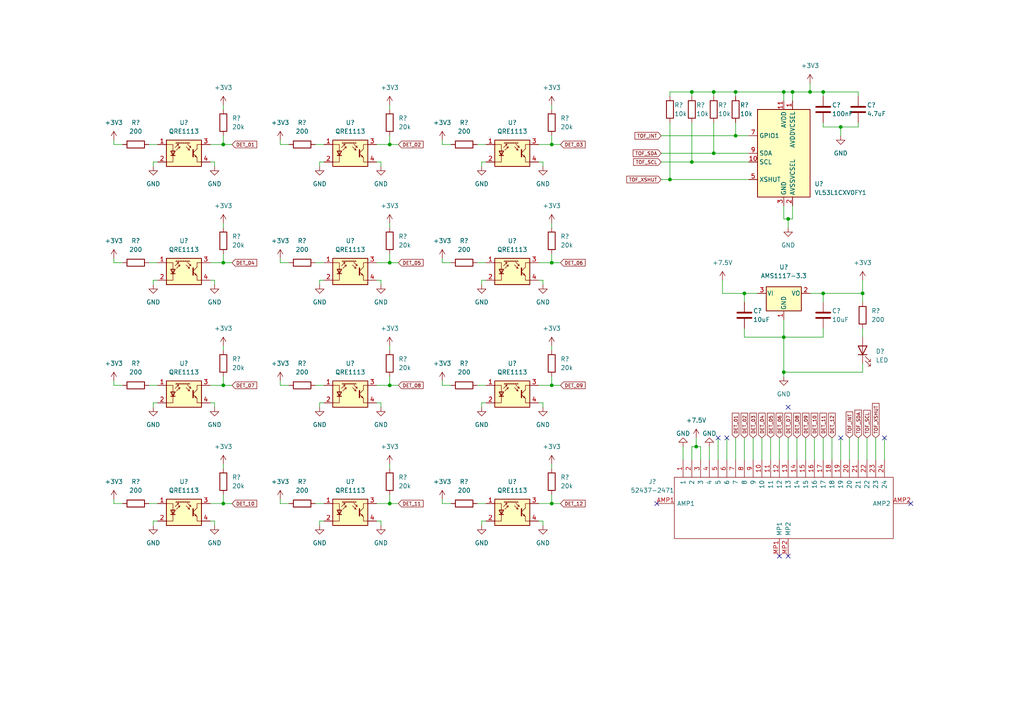
<source format=kicad_sch>
(kicad_sch (version 20211123) (generator eeschema)
  (paper "A4")
  (lib_symbols
    (symbol "Device:C" (pin_numbers hide) (pin_names (offset 0.254))
      (property "Reference" "C" (at 0.635 2.54 0))
      (property "Value" "C" (at 0.635 -2.54 0))
      (symbol "C_0_1"
        (polyline (pts (xy -2.032 -0.762) (xy 2.032 -0.762)) (stroke (width 0.508)))
        (polyline (pts (xy -2.032 0.762) (xy 2.032 0.762)) (stroke (width 0.508)))
      )
      (symbol "C_1_1"
        (pin passive line (at 0 3.81 270) (length 2.794) (name "~") (number "1"))
        (pin passive line (at 0 -3.81 90) (length 2.794) (name "~") (number "2"))
      )
    )
    (symbol "Device:LED" (pin_numbers hide) (pin_names (offset 1.016) hide)
      (property "Reference" "D" (at 0 2.54 0))
      (property "Value" "LED" (at 0 -2.54 0))
      (symbol "LED_0_1"
        (polyline (pts (xy -1.27 -1.27) (xy -1.27 1.27)) (stroke (width 0.254)))
        (polyline (pts (xy -1.27 0) (xy 1.27 0)))
        (polyline (pts (xy 1.27 -1.27) (xy 1.27 1.27) (xy -1.27 0) (xy 1.27 -1.27)) (stroke (width 0.254)))
        (polyline (pts (xy -3.048 -0.762) (xy -4.572 -2.286) (xy -3.81 -2.286) (xy -4.572 -2.286) (xy -4.572 -1.524)))
        (polyline (pts (xy -1.778 -0.762) (xy -3.302 -2.286) (xy -2.54 -2.286) (xy -3.302 -2.286) (xy -3.302 -1.524)))
      )
      (symbol "LED_1_1"
        (pin passive line (at -3.81 0 0) (length 2.54) (name "K") (number "1"))
        (pin passive line (at 3.81 0 180) (length 2.54) (name "A") (number "2"))
      )
    )
    (symbol "Device:R" (pin_numbers hide) (pin_names (offset 0))
      (property "Reference" "R" (at 2.032 0 90))
      (property "Value" "R" (at 0 0 90))
      (symbol "R_0_1"
        (rectangle (start -1.016 -2.54) (end 1.016 2.54) (stroke (width 0.254)))
      )
      (symbol "R_1_1"
        (pin passive line (at 0 3.81 270) (length 1.27) (name "~") (number "1"))
        (pin passive line (at 0 -3.81 90) (length 1.27) (name "~") (number "2"))
      )
    )
    (symbol "Regulator_Linear:AMS1117-3.3" (pin_names (offset 0.254))
      (property "Reference" "U" (at -3.81 3.175 0))
      (property "Value" "AMS1117-3.3" (at 0 3.175 0))
      (symbol "AMS1117-3.3_0_1"
        (rectangle (start -5.08 -5.08) (end 5.08 1.905) (stroke (width 0.254)) (fill (type background)))
      )
      (symbol "AMS1117-3.3_1_1"
        (pin power_in line (at 0 -7.62 90) (length 2.54) (name "GND") (number "1"))
        (pin power_out line (at 7.62 0 180) (length 2.54) (name "VO") (number "2"))
        (pin power_in line (at -7.62 0 0) (length 2.54) (name "VI") (number "3"))
      )
    )
    (symbol "SamacSys_Parts:52437-2471" (pin_names (offset 0.762))
      (property "Reference" "J" (at 69.85 12.7 0))
      (property "Value" "52437-2471" (at 69.85 10.16 0))
      (symbol "52437-2471_0_0"
        (pin passive line (at 7.62 12.7 270) (length 5.08) (name "1") (number "1"))
        (pin passive line (at 30.48 12.7 270) (length 5.08) (name "10") (number "10"))
        (pin passive line (at 33.02 12.7 270) (length 5.08) (name "11") (number "11"))
        (pin passive line (at 35.56 12.7 270) (length 5.08) (name "12") (number "12"))
        (pin passive line (at 38.1 12.7 270) (length 5.08) (name "13") (number "13"))
        (pin passive line (at 40.64 12.7 270) (length 5.08) (name "14") (number "14"))
        (pin passive line (at 43.18 12.7 270) (length 5.08) (name "15") (number "15"))
        (pin passive line (at 45.72 12.7 270) (length 5.08) (name "16") (number "16"))
        (pin passive line (at 48.26 12.7 270) (length 5.08) (name "17") (number "17"))
        (pin passive line (at 50.8 12.7 270) (length 5.08) (name "18") (number "18"))
        (pin passive line (at 53.34 12.7 270) (length 5.08) (name "19") (number "19"))
        (pin passive line (at 10.16 12.7 270) (length 5.08) (name "2") (number "2"))
        (pin passive line (at 55.88 12.7 270) (length 5.08) (name "20") (number "20"))
        (pin passive line (at 58.42 12.7 270) (length 5.08) (name "21") (number "21"))
        (pin passive line (at 60.96 12.7 270) (length 5.08) (name "22") (number "22"))
        (pin passive line (at 63.5 12.7 270) (length 5.08) (name "23") (number "23"))
        (pin passive line (at 66.04 12.7 270) (length 5.08) (name "24") (number "24"))
        (pin passive line (at 12.7 12.7 270) (length 5.08) (name "3") (number "3"))
        (pin passive line (at 15.24 12.7 270) (length 5.08) (name "4") (number "4"))
        (pin passive line (at 17.78 12.7 270) (length 5.08) (name "5") (number "5"))
        (pin passive line (at 20.32 12.7 270) (length 5.08) (name "6") (number "6"))
        (pin passive line (at 22.86 12.7 270) (length 5.08) (name "7") (number "7"))
        (pin passive line (at 25.4 12.7 270) (length 5.08) (name "8") (number "8"))
        (pin passive line (at 27.94 12.7 270) (length 5.08) (name "9") (number "9"))
        (pin passive line (at 0 0 0) (length 5.08) (name "AMP1") (number "AMP1"))
        (pin passive line (at 73.66 0 180) (length 5.08) (name "AMP2") (number "AMP2"))
        (pin passive line (at 35.56 -15.24 90) (length 5.08) (name "MP1") (number "MP1"))
        (pin passive line (at 38.1 -15.24 90) (length 5.08) (name "MP2") (number "MP2"))
      )
      (symbol "52437-2471_0_1"
        (polyline (pts (xy 5.08 7.62) (xy 68.58 7.62) (xy 68.58 -10.16) (xy 5.08 -10.16) (xy 5.08 7.62)) (stroke (width 0.1524)))
      )
    )
    (symbol "Sensor_Distance:VL53L1CXV0FY1"
      (property "Reference" "U" (at -6.35 13.97 0))
      (property "Value" "VL53L1CXV0FY1" (at 12.065 13.97 0))
      (symbol "VL53L1CXV0FY1_0_1"
        (rectangle (start -7.62 12.7) (end 7.62 -12.7) (stroke (width 0.254)) (fill (type background)))
      )
      (symbol "VL53L1CXV0FY1_1_1"
        (pin power_in line (at 2.54 15.24 270) (length 2.54) (name "AVDDVCSEL") (number "1"))
        (pin input line (at -10.16 -2.54 0) (length 2.54) (name "SCL") (number "10"))
        (pin power_in line (at 0 15.24 270) (length 2.54) (name "AVDD") (number "11"))
        (pin passive line (at 0 -15.24 90) (length 2.54) hide (name "GND") (number "12"))
        (pin power_in line (at 2.54 -15.24 90) (length 2.54) (name "AVSSVCSEL") (number "2"))
        (pin power_in line (at 0 -15.24 90) (length 2.54) (name "GND") (number "3"))
        (pin passive line (at 0 -15.24 90) (length 2.54) hide (name "GND") (number "4"))
        (pin input line (at -10.16 -7.62 0) (length 2.54) (name "XSHUT") (number "5"))
        (pin passive line (at 0 -15.24 90) (length 2.54) hide (name "GND") (number "6"))
        (pin open_collector line (at -10.16 5.08 0) (length 2.54) (name "GPIO1") (number "7"))
        (pin no_connect line (at -7.62 7.62 0) (length 2.54) hide (name "DNC") (number "8"))
        (pin bidirectional line (at -10.16 0 0) (length 2.54) (name "SDA") (number "9"))
      )
    )
    (symbol "Sensor_Proximity:QRE1113" (pin_names (offset 0.0254) hide)
      (property "Reference" "U" (at -3.81 5.08 0))
      (property "Value" "QRE1113" (at 8.89 5.08 0))
      (symbol "QRE1113_0_1"
        (polyline (pts (xy -3.81 -0.635) (xy -2.54 -0.635)) (stroke (width 0.254)))
        (polyline (pts (xy -2.286 2.921) (xy -2.032 3.175)))
        (polyline (pts (xy -1.778 2.921) (xy -1.524 3.175)))
        (polyline (pts (xy -1.524 2.667) (xy -1.651 2.159)))
        (polyline (pts (xy -1.27 2.921) (xy -1.016 3.175)))
        (polyline (pts (xy -1.143 1.905) (xy -1.27 1.397)))
        (polyline (pts (xy -0.762 2.921) (xy -0.508 3.175)))
        (polyline (pts (xy -0.254 2.921) (xy 0 3.175)))
        (polyline (pts (xy 0.254 2.921) (xy 0.508 3.175)))
        (polyline (pts (xy 0.762 2.921) (xy 1.016 3.175)))
        (polyline (pts (xy 1.27 2.921) (xy 1.524 3.175)))
        (polyline (pts (xy 1.651 0.889) (xy 1.143 1.016)))
        (polyline (pts (xy 1.778 2.921) (xy -2.413 2.921)))
        (polyline (pts (xy 2.032 1.651) (xy 1.524 1.778)))
        (polyline (pts (xy 2.667 -0.127) (xy 3.81 -1.27)))
        (polyline (pts (xy 2.667 0.127) (xy 3.81 1.27)))
        (polyline (pts (xy -2.54 1.651) (xy -1.524 2.667) (xy -2.032 2.54)))
        (polyline (pts (xy -2.159 0.889) (xy -1.143 1.905) (xy -1.651 1.778)))
        (polyline (pts (xy 0.635 1.905) (xy 1.651 0.889) (xy 1.524 1.397)))
        (polyline (pts (xy 1.016 2.667) (xy 2.032 1.651) (xy 1.905 2.159)))
        (polyline (pts (xy 2.667 1.016) (xy 2.667 -1.016) (xy 2.667 -1.016)) (stroke (width 0.3556)))
        (polyline (pts (xy 3.81 -1.27) (xy 3.81 -2.54) (xy 5.08 -2.54)))
        (polyline (pts (xy 3.81 1.27) (xy 3.81 2.54) (xy 5.08 2.54)))
        (polyline (pts (xy -5.08 -2.54) (xy -3.175 -2.54) (xy -3.175 2.54) (xy -5.08 2.54)))
        (polyline (pts (xy -3.175 -0.635) (xy -3.81 0.635) (xy -2.54 0.635) (xy -3.175 -0.635)) (stroke (width 0.254)))
        (polyline (pts (xy 3.683 -1.143) (xy 3.429 -0.635) (xy 3.175 -0.889) (xy 3.683 -1.143)))
        (polyline (pts (xy -5.08 -3.81) (xy 5.08 -3.81) (xy 5.08 3.81) (xy -5.08 3.81) (xy -5.08 -3.81)) (stroke (width 0.254)) (fill (type background)))
      )
      (symbol "QRE1113_1_1"
        (pin passive line (at -7.62 2.54 0) (length 2.54) (name "A") (number "1"))
        (pin passive line (at -7.62 -2.54 0) (length 2.54) (name "K") (number "2"))
        (pin open_collector line (at 7.62 2.54 180) (length 2.54) (name "~") (number "3"))
        (pin open_emitter line (at 7.62 -2.54 180) (length 2.54) (name "~") (number "4"))
      )
    )
    (symbol "power:+3.3V" (power) (pin_names (offset 0))
      (property "Value" "+3.3V" (at 0 3.556 0))
      (symbol "+3.3V_0_1"
        (polyline (pts (xy -0.762 1.27) (xy 0 2.54)))
        (polyline (pts (xy 0 0) (xy 0 2.54)))
        (polyline (pts (xy 0 2.54) (xy 0.762 1.27)))
      )
      (symbol "+3.3V_1_1"
        (pin power_in line (at 0 0 90) (length 0) hide (name "+3V3") (number "1"))
      )
    )
    (symbol "power:+7.5V" (power) (pin_names (offset 0))
      (property "Value" "+7.5V" (at 0 3.556 0))
      (symbol "+7.5V_0_1"
        (polyline (pts (xy -0.762 1.27) (xy 0 2.54)))
        (polyline (pts (xy 0 0) (xy 0 2.54)))
        (polyline (pts (xy 0 2.54) (xy 0.762 1.27)))
      )
      (symbol "+7.5V_1_1"
        (pin power_in line (at 0 0 90) (length 0) hide (name "+7.5V") (number "1"))
      )
    )
    (symbol "power:GND" (power) (pin_names (offset 0))
      (property "Value" "GND" (at 0 -3.81 0))
      (symbol "GND_0_1"
        (polyline (pts (xy 0 0) (xy 0 -1.27) (xy 1.27 -1.27) (xy 0 -2.54) (xy -1.27 -1.27) (xy 0 -1.27)))
      )
      (symbol "GND_1_1"
        (pin power_in line (at 0 0 270) (length 0) hide (name "GND") (number "1"))
      )
    )
  )
  (junction (at 213.36 39.37))
  (junction (at 113.03 111.76))
  (junction (at 160.02 41.91))
  (junction (at 234.95 26.67))
  (junction (at 213.36 26.67))
  (junction (at 229.87 26.67))
  (junction (at 113.03 76.2))
  (junction (at 207.01 44.45))
  (junction (at 160.02 146.05))
  (junction (at 215.9 85.09))
  (junction (at 113.03 146.05))
  (junction (at 227.33 97.79))
  (junction (at 200.66 26.67))
  (junction (at 200.66 46.99))
  (junction (at 113.03 41.91))
  (junction (at 228.6 63.5))
  (junction (at 207.01 26.67))
  (junction (at 201.93 129.54))
  (junction (at 227.33 107.95))
  (junction (at 64.77 41.91))
  (junction (at 160.02 76.2))
  (junction (at 250.19 85.09))
  (junction (at 160.02 111.76))
  (junction (at 64.77 146.05))
  (junction (at 64.77 111.76))
  (junction (at 194.31 52.07))
  (junction (at 238.76 85.09))
  (junction (at 227.33 26.67))
  (junction (at 243.84 36.83))
  (junction (at 238.76 26.67))
  (junction (at 64.77 76.2))
  (no_connect (at 210.82 127))
  (no_connect (at 208.28 127))
  (no_connect (at 256.54 127))
  (no_connect (at 243.84 127))
  (no_connect (at 228.6 118.11))
  (no_connect (at 264.16 146.05))
  (no_connect (at 190.5 146.05))
  (no_connect (at 226.06 161.29))
  (no_connect (at 228.6 161.29))
  (wire (pts (xy 191.77 44.45) (xy 207.01 44.45)))
  (wire (pts (xy 160.02 76.2) (xy 160.02 73.66)))
  (wire (pts (xy 248.92 36.83) (xy 248.92 35.56)))
  (wire (pts (xy 238.76 97.79) (xy 227.33 97.79)))
  (wire (pts (xy 81.28 110.49) (xy 81.28 111.76)))
  (wire (pts (xy 110.49 116.84) (xy 110.49 118.11)))
  (wire (pts (xy 33.02 74.93) (xy 33.02 76.2)))
  (wire (pts (xy 233.68 127) (xy 233.68 133.35)))
  (wire (pts (xy 139.7 81.28) (xy 140.97 81.28)))
  (wire (pts (xy 62.23 81.28) (xy 62.23 82.55)))
  (wire (pts (xy 246.38 127) (xy 246.38 133.35)))
  (wire (pts (xy 227.33 97.79) (xy 227.33 107.95)))
  (wire (pts (xy 64.77 146.05) (xy 67.31 146.05)))
  (wire (pts (xy 113.03 134.62) (xy 113.03 135.89)))
  (wire (pts (xy 194.31 27.94) (xy 194.31 26.67)))
  (wire (pts (xy 81.28 111.76) (xy 83.82 111.76)))
  (wire (pts (xy 128.27 76.2) (xy 130.81 76.2)))
  (wire (pts (xy 156.21 41.91) (xy 160.02 41.91)))
  (wire (pts (xy 250.19 105.41) (xy 250.19 107.95)))
  (wire (pts (xy 91.44 41.91) (xy 93.98 41.91)))
  (wire (pts (xy 138.43 76.2) (xy 140.97 76.2)))
  (wire (pts (xy 113.03 76.2) (xy 115.57 76.2)))
  (wire (pts (xy 64.77 111.76) (xy 67.31 111.76)))
  (wire (pts (xy 109.22 46.99) (xy 110.49 46.99)))
  (wire (pts (xy 139.7 116.84) (xy 140.97 116.84)))
  (wire (pts (xy 157.48 151.13) (xy 157.48 152.4)))
  (wire (pts (xy 44.45 118.11) (xy 44.45 116.84)))
  (wire (pts (xy 128.27 144.78) (xy 128.27 146.05)))
  (wire (pts (xy 60.96 116.84) (xy 62.23 116.84)))
  (wire (pts (xy 207.01 35.56) (xy 207.01 44.45)))
  (wire (pts (xy 33.02 110.49) (xy 33.02 111.76)))
  (wire (pts (xy 215.9 85.09) (xy 215.9 87.63)))
  (wire (pts (xy 62.23 151.13) (xy 62.23 152.4)))
  (wire (pts (xy 91.44 111.76) (xy 93.98 111.76)))
  (wire (pts (xy 223.52 127) (xy 223.52 133.35)))
  (wire (pts (xy 43.18 41.91) (xy 45.72 41.91)))
  (wire (pts (xy 227.33 107.95) (xy 227.33 109.22)))
  (wire (pts (xy 113.03 76.2) (xy 113.03 73.66)))
  (wire (pts (xy 243.84 36.83) (xy 248.92 36.83)))
  (wire (pts (xy 156.21 46.99) (xy 157.48 46.99)))
  (wire (pts (xy 33.02 76.2) (xy 35.56 76.2)))
  (wire (pts (xy 209.55 85.09) (xy 215.9 85.09)))
  (wire (pts (xy 44.45 82.55) (xy 44.45 81.28)))
  (wire (pts (xy 128.27 41.91) (xy 130.81 41.91)))
  (wire (pts (xy 81.28 41.91) (xy 83.82 41.91)))
  (wire (pts (xy 33.02 41.91) (xy 35.56 41.91)))
  (wire (pts (xy 160.02 76.2) (xy 162.56 76.2)))
  (wire (pts (xy 194.31 35.56) (xy 194.31 52.07)))
  (wire (pts (xy 92.71 48.26) (xy 92.71 46.99)))
  (wire (pts (xy 92.71 152.4) (xy 92.71 151.13)))
  (wire (pts (xy 160.02 30.48) (xy 160.02 31.75)))
  (wire (pts (xy 113.03 30.48) (xy 113.03 31.75)))
  (wire (pts (xy 60.96 76.2) (xy 64.77 76.2)))
  (wire (pts (xy 209.55 81.28) (xy 209.55 85.09)))
  (wire (pts (xy 43.18 146.05) (xy 45.72 146.05)))
  (wire (pts (xy 200.66 129.54) (xy 201.93 129.54)))
  (wire (pts (xy 138.43 111.76) (xy 140.97 111.76)))
  (wire (pts (xy 62.23 46.99) (xy 62.23 48.26)))
  (wire (pts (xy 238.76 95.25) (xy 238.76 97.79)))
  (wire (pts (xy 160.02 134.62) (xy 160.02 135.89)))
  (wire (pts (xy 91.44 146.05) (xy 93.98 146.05)))
  (wire (pts (xy 194.31 26.67) (xy 200.66 26.67)))
  (wire (pts (xy 215.9 95.25) (xy 215.9 97.79)))
  (wire (pts (xy 64.77 111.76) (xy 64.77 109.22)))
  (wire (pts (xy 200.66 27.94) (xy 200.66 26.67)))
  (wire (pts (xy 92.71 151.13) (xy 93.98 151.13)))
  (wire (pts (xy 238.76 26.67) (xy 238.76 27.94)))
  (wire (pts (xy 203.2 129.54) (xy 203.2 133.35)))
  (wire (pts (xy 251.46 127) (xy 251.46 133.35)))
  (wire (pts (xy 81.28 40.64) (xy 81.28 41.91)))
  (wire (pts (xy 227.33 26.67) (xy 229.87 26.67)))
  (wire (pts (xy 113.03 146.05) (xy 113.03 143.51)))
  (wire (pts (xy 238.76 36.83) (xy 243.84 36.83)))
  (wire (pts (xy 215.9 127) (xy 215.9 133.35)))
  (wire (pts (xy 60.96 46.99) (xy 62.23 46.99)))
  (wire (pts (xy 160.02 146.05) (xy 162.56 146.05)))
  (wire (pts (xy 226.06 127) (xy 226.06 133.35)))
  (wire (pts (xy 194.31 52.07) (xy 217.17 52.07)))
  (wire (pts (xy 91.44 76.2) (xy 93.98 76.2)))
  (wire (pts (xy 92.71 118.11) (xy 92.71 116.84)))
  (wire (pts (xy 241.3 127) (xy 241.3 133.35)))
  (wire (pts (xy 229.87 26.67) (xy 234.95 26.67)))
  (wire (pts (xy 207.01 26.67) (xy 213.36 26.67)))
  (wire (pts (xy 64.77 146.05) (xy 64.77 143.51)))
  (wire (pts (xy 60.96 151.13) (xy 62.23 151.13)))
  (wire (pts (xy 160.02 111.76) (xy 160.02 109.22)))
  (wire (pts (xy 156.21 116.84) (xy 157.48 116.84)))
  (wire (pts (xy 250.19 95.25) (xy 250.19 97.79)))
  (wire (pts (xy 200.66 35.56) (xy 200.66 46.99)))
  (wire (pts (xy 157.48 81.28) (xy 157.48 82.55)))
  (wire (pts (xy 139.7 48.26) (xy 139.7 46.99)))
  (wire (pts (xy 198.12 129.54) (xy 198.12 133.35)))
  (wire (pts (xy 138.43 146.05) (xy 140.97 146.05)))
  (wire (pts (xy 44.45 116.84) (xy 45.72 116.84)))
  (wire (pts (xy 62.23 116.84) (xy 62.23 118.11)))
  (wire (pts (xy 109.22 151.13) (xy 110.49 151.13)))
  (wire (pts (xy 229.87 63.5) (xy 228.6 63.5)))
  (wire (pts (xy 229.87 59.69) (xy 229.87 63.5)))
  (wire (pts (xy 156.21 146.05) (xy 160.02 146.05)))
  (wire (pts (xy 207.01 27.94) (xy 207.01 26.67)))
  (wire (pts (xy 64.77 76.2) (xy 64.77 73.66)))
  (wire (pts (xy 238.76 127) (xy 238.76 133.35)))
  (wire (pts (xy 113.03 100.33) (xy 113.03 101.6)))
  (wire (pts (xy 33.02 40.64) (xy 33.02 41.91)))
  (wire (pts (xy 64.77 134.62) (xy 64.77 135.89)))
  (wire (pts (xy 139.7 82.55) (xy 139.7 81.28)))
  (wire (pts (xy 238.76 85.09) (xy 238.76 87.63)))
  (wire (pts (xy 113.03 146.05) (xy 115.57 146.05)))
  (wire (pts (xy 213.36 127) (xy 213.36 133.35)))
  (wire (pts (xy 156.21 111.76) (xy 160.02 111.76)))
  (wire (pts (xy 113.03 111.76) (xy 113.03 109.22)))
  (wire (pts (xy 160.02 64.77) (xy 160.02 66.04)))
  (wire (pts (xy 156.21 76.2) (xy 160.02 76.2)))
  (wire (pts (xy 234.95 85.09) (xy 238.76 85.09)))
  (wire (pts (xy 201.93 127) (xy 201.93 129.54)))
  (wire (pts (xy 250.19 81.28) (xy 250.19 85.09)))
  (wire (pts (xy 64.77 76.2) (xy 67.31 76.2)))
  (wire (pts (xy 109.22 116.84) (xy 110.49 116.84)))
  (wire (pts (xy 248.92 26.67) (xy 248.92 27.94)))
  (wire (pts (xy 109.22 146.05) (xy 113.03 146.05)))
  (wire (pts (xy 157.48 46.99) (xy 157.48 48.26)))
  (wire (pts (xy 92.71 82.55) (xy 92.71 81.28)))
  (wire (pts (xy 64.77 30.48) (xy 64.77 31.75)))
  (wire (pts (xy 234.95 24.13) (xy 234.95 26.67)))
  (wire (pts (xy 201.93 129.54) (xy 203.2 129.54)))
  (wire (pts (xy 128.27 146.05) (xy 130.81 146.05)))
  (wire (pts (xy 60.96 111.76) (xy 64.77 111.76)))
  (wire (pts (xy 238.76 26.67) (xy 248.92 26.67)))
  (wire (pts (xy 160.02 100.33) (xy 160.02 101.6)))
  (wire (pts (xy 205.74 129.54) (xy 205.74 133.35)))
  (wire (pts (xy 160.02 146.05) (xy 160.02 143.51)))
  (wire (pts (xy 44.45 152.4) (xy 44.45 151.13)))
  (wire (pts (xy 210.82 127) (xy 210.82 133.35)))
  (wire (pts (xy 236.22 127) (xy 236.22 133.35)))
  (wire (pts (xy 160.02 111.76) (xy 162.56 111.76)))
  (wire (pts (xy 238.76 35.56) (xy 238.76 36.83)))
  (wire (pts (xy 139.7 151.13) (xy 140.97 151.13)))
  (wire (pts (xy 231.14 127) (xy 231.14 133.35)))
  (wire (pts (xy 92.71 81.28) (xy 93.98 81.28)))
  (wire (pts (xy 200.66 26.67) (xy 207.01 26.67)))
  (wire (pts (xy 92.71 116.84) (xy 93.98 116.84)))
  (wire (pts (xy 207.01 44.45) (xy 217.17 44.45)))
  (wire (pts (xy 113.03 41.91) (xy 113.03 39.37)))
  (wire (pts (xy 81.28 144.78) (xy 81.28 146.05)))
  (wire (pts (xy 238.76 85.09) (xy 250.19 85.09)))
  (wire (pts (xy 109.22 41.91) (xy 113.03 41.91)))
  (wire (pts (xy 213.36 27.94) (xy 213.36 26.67)))
  (wire (pts (xy 229.87 26.67) (xy 229.87 29.21)))
  (wire (pts (xy 139.7 152.4) (xy 139.7 151.13)))
  (wire (pts (xy 208.28 127) (xy 208.28 133.35)))
  (wire (pts (xy 60.96 146.05) (xy 64.77 146.05)))
  (wire (pts (xy 191.77 52.07) (xy 194.31 52.07)))
  (wire (pts (xy 200.66 46.99) (xy 217.17 46.99)))
  (wire (pts (xy 220.98 127) (xy 220.98 133.35)))
  (wire (pts (xy 213.36 26.67) (xy 227.33 26.67)))
  (wire (pts (xy 44.45 46.99) (xy 45.72 46.99)))
  (wire (pts (xy 138.43 41.91) (xy 140.97 41.91)))
  (wire (pts (xy 64.77 41.91) (xy 64.77 39.37)))
  (wire (pts (xy 113.03 41.91) (xy 115.57 41.91)))
  (wire (pts (xy 248.92 127) (xy 248.92 133.35)))
  (wire (pts (xy 81.28 76.2) (xy 83.82 76.2)))
  (wire (pts (xy 128.27 110.49) (xy 128.27 111.76)))
  (wire (pts (xy 113.03 111.76) (xy 115.57 111.76)))
  (wire (pts (xy 33.02 146.05) (xy 35.56 146.05)))
  (wire (pts (xy 215.9 85.09) (xy 219.71 85.09)))
  (wire (pts (xy 243.84 36.83) (xy 243.84 39.37)))
  (wire (pts (xy 109.22 111.76) (xy 113.03 111.76)))
  (wire (pts (xy 218.44 127) (xy 218.44 133.35)))
  (wire (pts (xy 227.33 92.71) (xy 227.33 97.79)))
  (wire (pts (xy 215.9 97.79) (xy 227.33 97.79)))
  (wire (pts (xy 227.33 26.67) (xy 227.33 29.21)))
  (wire (pts (xy 191.77 39.37) (xy 213.36 39.37)))
  (wire (pts (xy 243.84 127) (xy 243.84 133.35)))
  (wire (pts (xy 128.27 40.64) (xy 128.27 41.91)))
  (wire (pts (xy 110.49 46.99) (xy 110.49 48.26)))
  (wire (pts (xy 213.36 39.37) (xy 217.17 39.37)))
  (wire (pts (xy 227.33 63.5) (xy 228.6 63.5)))
  (wire (pts (xy 139.7 118.11) (xy 139.7 116.84)))
  (wire (pts (xy 110.49 151.13) (xy 110.49 152.4)))
  (wire (pts (xy 109.22 81.28) (xy 110.49 81.28)))
  (wire (pts (xy 44.45 81.28) (xy 45.72 81.28)))
  (wire (pts (xy 234.95 26.67) (xy 238.76 26.67)))
  (wire (pts (xy 81.28 74.93) (xy 81.28 76.2)))
  (wire (pts (xy 64.77 100.33) (xy 64.77 101.6)))
  (wire (pts (xy 156.21 81.28) (xy 157.48 81.28)))
  (wire (pts (xy 43.18 76.2) (xy 45.72 76.2)))
  (wire (pts (xy 156.21 151.13) (xy 157.48 151.13)))
  (wire (pts (xy 128.27 111.76) (xy 130.81 111.76)))
  (wire (pts (xy 64.77 64.77) (xy 64.77 66.04)))
  (wire (pts (xy 43.18 111.76) (xy 45.72 111.76)))
  (wire (pts (xy 60.96 41.91) (xy 64.77 41.91)))
  (wire (pts (xy 227.33 107.95) (xy 250.19 107.95)))
  (wire (pts (xy 139.7 46.99) (xy 140.97 46.99)))
  (wire (pts (xy 228.6 127) (xy 228.6 133.35)))
  (wire (pts (xy 157.48 116.84) (xy 157.48 118.11)))
  (wire (pts (xy 33.02 111.76) (xy 35.56 111.76)))
  (wire (pts (xy 92.71 46.99) (xy 93.98 46.99)))
  (wire (pts (xy 228.6 63.5) (xy 228.6 66.04)))
  (wire (pts (xy 160.02 41.91) (xy 162.56 41.91)))
  (wire (pts (xy 44.45 151.13) (xy 45.72 151.13)))
  (wire (pts (xy 109.22 76.2) (xy 113.03 76.2)))
  (wire (pts (xy 81.28 146.05) (xy 83.82 146.05)))
  (wire (pts (xy 254 127) (xy 254 133.35)))
  (wire (pts (xy 256.54 127) (xy 256.54 133.35)))
  (wire (pts (xy 64.77 41.91) (xy 67.31 41.91)))
  (wire (pts (xy 191.77 46.99) (xy 200.66 46.99)))
  (wire (pts (xy 250.19 85.09) (xy 250.19 87.63)))
  (wire (pts (xy 33.02 144.78) (xy 33.02 146.05)))
  (wire (pts (xy 44.45 48.26) (xy 44.45 46.99)))
  (wire (pts (xy 227.33 59.69) (xy 227.33 63.5)))
  (wire (pts (xy 128.27 74.93) (xy 128.27 76.2)))
  (wire (pts (xy 113.03 64.77) (xy 113.03 66.04)))
  (wire (pts (xy 60.96 81.28) (xy 62.23 81.28)))
  (wire (pts (xy 213.36 35.56) (xy 213.36 39.37)))
  (wire (pts (xy 110.49 81.28) (xy 110.49 82.55)))
  (wire (pts (xy 200.66 129.54) (xy 200.66 133.35)))
  (wire (pts (xy 160.02 41.91) (xy 160.02 39.37)))
  (global_label "DET_02" (shape input) (at 215.9 127 90) (effects (font (size 0.9906 0.9906))) (property "Intersheet References" "${INTERSHEET_REFS}" (effects hide)))
  (global_label "DET_02" (shape input) (at 115.57 41.91 0) (effects (font (size 0.9906 0.9906))) (property "Intersheet References" "${INTERSHEET_REFS}" (effects hide)))
  (global_label "DET_10" (shape input) (at 236.22 127 90) (effects (font (size 0.9906 0.9906))) (property "Intersheet References" "${INTERSHEET_REFS}" (effects hide)))
  (global_label "DET_07" (shape input) (at 67.31 111.76 0) (effects (font (size 0.9906 0.9906))) (property "Intersheet References" "${INTERSHEET_REFS}" (effects hide)))
  (global_label "DET_04" (shape input) (at 67.31 76.2 0) (effects (font (size 0.9906 0.9906))) (property "Intersheet References" "${INTERSHEET_REFS}" (effects hide)))
  (global_label "DET_09" (shape input) (at 233.68 127 90) (effects (font (size 0.9906 0.9906))) (property "Intersheet References" "${INTERSHEET_REFS}" (effects hide)))
  (global_label "TOF_INT" (shape input) (at 246.38 127 90) (effects (font (size 0.9906 0.9906))) (property "Intersheet References" "${INTERSHEET_REFS}" (effects hide)))
  (global_label "DET_06" (shape input) (at 162.56 76.2 0) (effects (font (size 0.9906 0.9906))) (property "Intersheet References" "${INTERSHEET_REFS}" (effects hide)))
  (global_label "DET_08" (shape input) (at 231.14 127 90) (effects (font (size 0.9906 0.9906))) (property "Intersheet References" "${INTERSHEET_REFS}" (effects hide)))
  (global_label "DET_12" (shape input) (at 241.3 127 90) (effects (font (size 0.9906 0.9906))) (property "Intersheet References" "${INTERSHEET_REFS}" (effects hide)))
  (global_label "TOF_SCL" (shape input) (at 191.77 46.99 180) (effects (font (size 0.9906 0.9906))) (property "Intersheet References" "${INTERSHEET_REFS}" (effects hide)))
  (global_label "TOF_XSHUT" (shape input) (at 191.77 52.07 180) (effects (font (size 0.9906 0.9906))) (property "Intersheet References" "${INTERSHEET_REFS}" (effects hide)))
  (global_label "DET_07" (shape input) (at 228.6 127 90) (effects (font (size 0.9906 0.9906))) (property "Intersheet References" "${INTERSHEET_REFS}" (effects hide)))
  (global_label "TOF_SDA" (shape input) (at 248.92 127 90) (effects (font (size 0.9906 0.9906))) (property "Intersheet References" "${INTERSHEET_REFS}" (effects hide)))
  (global_label "DET_04" (shape input) (at 220.98 127 90) (effects (font (size 0.9906 0.9906))) (property "Intersheet References" "${INTERSHEET_REFS}" (effects hide)))
  (global_label "DET_10" (shape input) (at 67.31 146.05 0) (effects (font (size 0.9906 0.9906))) (property "Intersheet References" "${INTERSHEET_REFS}" (effects hide)))
  (global_label "DET_12" (shape input) (at 162.56 146.05 0) (effects (font (size 0.9906 0.9906))) (property "Intersheet References" "${INTERSHEET_REFS}" (effects hide)))
  (global_label "TOF_SCL" (shape input) (at 251.46 127 90) (effects (font (size 0.9906 0.9906))) (property "Intersheet References" "${INTERSHEET_REFS}" (effects hide)))
  (global_label "DET_05" (shape input) (at 223.52 127 90) (effects (font (size 0.9906 0.9906))) (property "Intersheet References" "${INTERSHEET_REFS}" (effects hide)))
  (global_label "DET_05" (shape input) (at 115.57 76.2 0) (effects (font (size 0.9906 0.9906))) (property "Intersheet References" "${INTERSHEET_REFS}" (effects hide)))
  (global_label "DET_06" (shape input) (at 226.06 127 90) (effects (font (size 0.9906 0.9906))) (property "Intersheet References" "${INTERSHEET_REFS}" (effects hide)))
  (global_label "DET_03" (shape input) (at 162.56 41.91 0) (effects (font (size 0.9906 0.9906))) (property "Intersheet References" "${INTERSHEET_REFS}" (effects hide)))
  (global_label "TOF_SDA" (shape input) (at 191.77 44.45 180) (effects (font (size 1 1))) (property "Intersheet References" "${INTERSHEET_REFS}" (effects hide)))
  (global_label "DET_01" (shape input) (at 67.31 41.91 0) (effects (font (size 0.9906 0.9906))) (property "Intersheet References" "${INTERSHEET_REFS}" (effects hide)))
  (global_label "DET_11" (shape input) (at 115.57 146.05 0) (effects (font (size 0.9906 0.9906))) (property "Intersheet References" "${INTERSHEET_REFS}" (effects hide)))
  (global_label "DET_11" (shape input) (at 238.76 127 90) (effects (font (size 0.9906 0.9906))) (property "Intersheet References" "${INTERSHEET_REFS}" (effects hide)))
  (global_label "TOF_INT" (shape input) (at 191.77 39.37 180) (effects (font (size 1 1))) (property "Intersheet References" "${INTERSHEET_REFS}" (effects hide)))
  (global_label "DET_08" (shape input) (at 115.57 111.76 0) (effects (font (size 0.9906 0.9906))) (property "Intersheet References" "${INTERSHEET_REFS}" (effects hide)))
  (global_label "DET_09" (shape input) (at 162.56 111.76 0) (effects (font (size 0.9906 0.9906))) (property "Intersheet References" "${INTERSHEET_REFS}" (effects hide)))
  (global_label "DET_01" (shape input) (at 213.36 127 90) (effects (font (size 0.9906 0.9906))) (property "Intersheet References" "${INTERSHEET_REFS}" (effects hide)))
  (global_label "DET_03" (shape input) (at 218.44 127 90) (effects (font (size 0.9906 0.9906))) (property "Intersheet References" "${INTERSHEET_REFS}" (effects hide)))
  (global_label "TOF_XSHUT" (shape input) (at 254 127 90) (effects (font (size 0.9906 0.9906))) (property "Intersheet References" "${INTERSHEET_REFS}" (effects hide)))
  (symbol (lib_id "power:+3.3V") (at 64.77 30.48 0) (unit 1)
    (property "Reference" "#PWR0119" (effects hide))
    (property "Value" "+3.3V" (at 64.77 25.4 0))
  )
  (symbol (lib_id "power:GND") (at 110.49 152.4 0) (unit 1)
    (property "Reference" "#PWR0130" (effects hide))
    (property "Value" "GND" (at 110.49 157.48 0))
  )
  (symbol (lib_id "power:+3.3V") (at 234.95 24.13 0) (unit 1)
    (property "Reference" "#PWR0132" (effects hide))
    (property "Value" "+3.3V" (at 234.95 19.05 0))
  )
  (symbol (lib_id "power:GND") (at 44.45 82.55 0) (unit 1)
    (property "Reference" "#PWR0114" (effects hide))
    (property "Value" "GND" (at 44.45 87.63 0))
  )
  (symbol (lib_id "Device:LED") (at 250.19 101.6 90) (unit 1)
    (property "Reference" "D?" (at 254 101.9174 90) (effects (justify right)))
    (property "Value" "LED" (at 254 104.4574 90) (effects (justify right)))
  )
  (symbol (lib_id "power:+3.3V") (at 64.77 64.77 0) (unit 1)
    (property "Reference" "#PWR0115" (effects hide))
    (property "Value" "+3.3V" (at 64.77 59.69 0))
  )
  (symbol (lib_id "power:GND") (at 62.23 152.4 0) (unit 1)
    (property "Reference" "#PWR0108" (effects hide))
    (property "Value" "GND" (at 62.23 157.48 0))
  )
  (symbol (lib_id "Regulator_Linear:AMS1117-3.3") (at 227.33 85.09 0) (unit 1)
    (property "Reference" "U?" (at 227.33 77.47 0))
    (property "Value" "AMS1117-3.3" (at 227.33 80.01 0))
    (property "Footprint" "Package_TO_SOT_SMD:SOT-223-3_TabPin2" (effects hide))
    (property "Datasheet" "http://www.advanced-monolithic.com/pdf/ds1117.pdf" (effects hide))
  )
  (symbol (lib_id "power:GND") (at 205.74 129.54 180) (unit 1)
    (property "Reference" "#PWR?" (effects hide))
    (property "Value" "GND" (at 205.74 125.73 0))
  )
  (symbol (lib_id "power:+3.3V") (at 33.02 40.64 0) (unit 1)
    (property "Reference" "#PWR0118" (effects hide))
    (property "Value" "+3.3V" (at 33.02 35.56 0))
  )
  (symbol (lib_id "SamacSys_Parts:52437-2471") (at 190.5 146.05 0) (unit 1)
    (property "Reference" "J?" (at 189.23 139.7 0))
    (property "Value" "52437-2471" (at 189.23 142.24 0))
    (property "Footprint" "524372471" (effects hide))
    (property "Datasheet" "https://componentsearchengine.com/Datasheets/2/52437-2471.pdf" (effects hide))
    (property "Description" "FFC & FPC Connectors RA SMT ZIF BTTM 24P GOLD" (effects hide))
    (property "Height" "2" (effects hide))
    (property "Mouser Part Number" "538-52437-2471" (effects hide))
    (property "Mouser Price/Stock" "https://www.mouser.co.uk/ProductDetail/Molex/52437-2471?qs=nDwhpid8gJZdpyQIeZfjsA%3D%3D" (effects hide))
    (property "Manufacturer_Name" "Molex" (effects hide))
    (property "Manufacturer_Part_Number" "52437-2471" (effects hide))
  )
  (symbol (lib_id "Device:R") (at 39.37 111.76 90) (unit 1)
    (property "Reference" "R?" (at 39.37 105.41 90))
    (property "Value" "200" (at 39.37 107.95 90))
  )
  (symbol (lib_id "power:GND") (at 139.7 152.4 0) (unit 1)
    (property "Reference" "#PWR0148" (effects hide))
    (property "Value" "GND" (at 139.7 157.48 0))
  )
  (symbol (lib_id "power:+3.3V") (at 160.02 64.77 0) (unit 1)
    (property "Reference" "#PWR0136" (effects hide))
    (property "Value" "+3.3V" (at 160.02 59.69 0))
  )
  (symbol (lib_id "power:GND") (at 227.33 109.22 0) (unit 1)
    (property "Reference" "#PWR0154" (effects hide))
    (property "Value" "GND" (at 227.33 114.3 0))
  )
  (symbol (lib_id "power:GND") (at 243.84 39.37 0) (unit 1)
    (property "Reference" "#PWR0134" (effects hide))
    (property "Value" "GND" (at 243.84 44.45 0))
  )
  (symbol (lib_id "power:GND") (at 92.71 48.26 0) (unit 1)
    (property "Reference" "#PWR0126" (effects hide))
    (property "Value" "GND" (at 92.71 53.34 0))
  )
  (symbol (lib_id "Device:R") (at 113.03 69.85 0) (unit 1)
    (property "Reference" "R?" (at 115.57 68.5799 0) (effects (justify left)))
    (property "Value" "20k" (at 115.57 71.1199 0) (effects (justify left)))
  )
  (symbol (lib_id "power:+3.3V") (at 128.27 144.78 0) (unit 1)
    (property "Reference" "#PWR0147" (effects hide))
    (property "Value" "+3.3V" (at 128.27 139.7 0))
  )
  (symbol (lib_id "Device:R") (at 160.02 35.56 0) (unit 1)
    (property "Reference" "R?" (at 162.56 34.2899 0) (effects (justify left)))
    (property "Value" "20k" (at 162.56 36.8299 0) (effects (justify left)))
  )
  (symbol (lib_id "power:+3.3V") (at 81.28 110.49 0) (unit 1)
    (property "Reference" "#PWR0103" (effects hide))
    (property "Value" "+3.3V" (at 81.28 105.41 0))
  )
  (symbol (lib_id "power:GND") (at 228.6 66.04 0) (unit 1)
    (property "Reference" "#PWR0133" (effects hide))
    (property "Value" "GND" (at 228.6 71.12 0))
  )
  (symbol (lib_id "Device:R") (at 160.02 69.85 0) (unit 1)
    (property "Reference" "R?" (at 162.56 68.5799 0) (effects (justify left)))
    (property "Value" "20k" (at 162.56 71.1199 0) (effects (justify left)))
  )
  (symbol (lib_id "power:+3.3V") (at 160.02 100.33 0) (unit 1)
    (property "Reference" "#PWR0150" (effects hide))
    (property "Value" "+3.3V" (at 160.02 95.25 0))
  )
  (symbol (lib_id "power:GND") (at 92.71 118.11 0) (unit 1)
    (property "Reference" "#PWR0131" (effects hide))
    (property "Value" "GND" (at 92.71 123.19 0))
  )
  (symbol (lib_id "Device:R") (at 39.37 41.91 90) (unit 1)
    (property "Reference" "R?" (at 39.37 35.56 90))
    (property "Value" "200" (at 39.37 38.1 90))
  )
  (symbol (lib_id "power:GND") (at 44.45 118.11 0) (unit 1)
    (property "Reference" "#PWR0106" (effects hide))
    (property "Value" "GND" (at 44.45 123.19 0))
  )
  (symbol (lib_id "Device:R") (at 113.03 35.56 0) (unit 1)
    (property "Reference" "R?" (at 115.57 34.2899 0) (effects (justify left)))
    (property "Value" "20k" (at 115.57 36.8299 0) (effects (justify left)))
  )
  (symbol (lib_id "power:GND") (at 62.23 118.11 0) (unit 1)
    (property "Reference" "#PWR0107" (effects hide))
    (property "Value" "GND" (at 62.23 123.19 0))
  )
  (symbol (lib_id "Sensor_Proximity:QRE1113") (at 101.6 44.45 0) (unit 1)
    (property "Reference" "U?" (at 101.6 35.56 0))
    (property "Value" "QRE1113" (at 101.6 38.1 0))
    (property "Footprint" "OptoDevice:OnSemi_CASE100AQ" (effects hide))
    (property "Datasheet" "http://www.onsemi.com/pub/Collateral/QRE1113-D.PDF" (effects hide))
  )
  (symbol (lib_id "Sensor_Proximity:QRE1113") (at 148.59 78.74 0) (unit 1)
    (property "Reference" "U?" (at 148.59 69.85 0))
    (property "Value" "QRE1113" (at 148.59 72.39 0))
    (property "Footprint" "OptoDevice:OnSemi_CASE100AQ" (effects hide))
    (property "Datasheet" "http://www.onsemi.com/pub/Collateral/QRE1113-D.PDF" (effects hide))
  )
  (symbol (lib_id "Device:R") (at 213.36 31.75 0) (unit 1)
    (property "Reference" "R?" (at 214.63 30.48 0) (effects (justify left)))
    (property "Value" "10k" (at 214.63 33.02 0) (effects (justify left)))
  )
  (symbol (lib_id "Device:R") (at 250.19 91.44 0) (unit 1)
    (property "Reference" "R?" (at 252.73 90.1699 0) (effects (justify left)))
    (property "Value" "200" (at 252.73 92.7099 0) (effects (justify left)))
  )
  (symbol (lib_id "power:+3.3V") (at 160.02 30.48 0) (unit 1)
    (property "Reference" "#PWR0142" (effects hide))
    (property "Value" "+3.3V" (at 160.02 25.4 0))
  )
  (symbol (lib_id "Device:R") (at 64.77 105.41 0) (unit 1)
    (property "Reference" "R?" (at 67.31 104.1399 0) (effects (justify left)))
    (property "Value" "20k" (at 67.31 106.6799 0) (effects (justify left)))
  )
  (symbol (lib_id "Sensor_Proximity:QRE1113") (at 148.59 114.3 0) (unit 1)
    (property "Reference" "U?" (at 148.59 105.41 0))
    (property "Value" "QRE1113" (at 148.59 107.95 0))
    (property "Footprint" "OptoDevice:OnSemi_CASE100AQ" (effects hide))
    (property "Datasheet" "http://www.onsemi.com/pub/Collateral/QRE1113-D.PDF" (effects hide))
  )
  (symbol (lib_id "power:GND") (at 62.23 48.26 0) (unit 1)
    (property "Reference" "#PWR0120" (effects hide))
    (property "Value" "GND" (at 62.23 53.34 0))
  )
  (symbol (lib_id "power:+3.3V") (at 33.02 144.78 0) (unit 1)
    (property "Reference" "#PWR0111" (effects hide))
    (property "Value" "+3.3V" (at 33.02 139.7 0))
  )
  (symbol (lib_id "power:+3.3V") (at 128.27 74.93 0) (unit 1)
    (property "Reference" "#PWR0141" (effects hide))
    (property "Value" "+3.3V" (at 128.27 69.85 0))
  )
  (symbol (lib_id "Device:R") (at 134.62 41.91 90) (unit 1)
    (property "Reference" "R?" (at 134.62 35.56 90))
    (property "Value" "200" (at 134.62 38.1 90))
  )
  (symbol (lib_id "Device:R") (at 160.02 105.41 0) (unit 1)
    (property "Reference" "R?" (at 162.56 104.1399 0) (effects (justify left)))
    (property "Value" "20k" (at 162.56 106.6799 0) (effects (justify left)))
  )
  (symbol (lib_id "Sensor_Proximity:QRE1113") (at 148.59 148.59 0) (unit 1)
    (property "Reference" "U?" (at 148.59 139.7 0))
    (property "Value" "QRE1113" (at 148.59 142.24 0))
    (property "Footprint" "OptoDevice:OnSemi_CASE100AQ" (effects hide))
    (property "Datasheet" "http://www.onsemi.com/pub/Collateral/QRE1113-D.PDF" (effects hide))
  )
  (symbol (lib_id "power:+3.3V") (at 113.03 64.77 0) (unit 1)
    (property "Reference" "#PWR0124" (effects hide))
    (property "Value" "+3.3V" (at 113.03 59.69 0))
  )
  (symbol (lib_id "power:GND") (at 44.45 48.26 0) (unit 1)
    (property "Reference" "#PWR0116" (effects hide))
    (property "Value" "GND" (at 44.45 53.34 0))
  )
  (symbol (lib_id "power:+3.3V") (at 128.27 40.64 0) (unit 1)
    (property "Reference" "#PWR0135" (effects hide))
    (property "Value" "+3.3V" (at 128.27 35.56 0))
  )
  (symbol (lib_id "Device:R") (at 194.31 31.75 0) (unit 1)
    (property "Reference" "R?" (at 195.58 30.48 0) (effects (justify left)))
    (property "Value" "10k" (at 195.58 33.02 0) (effects (justify left)))
  )
  (symbol (lib_id "power:GND") (at 157.48 82.55 0) (unit 1)
    (property "Reference" "#PWR0137" (effects hide))
    (property "Value" "GND" (at 157.48 87.63 0))
  )
  (symbol (lib_id "power:GND") (at 139.7 118.11 0) (unit 1)
    (property "Reference" "#PWR0145" (effects hide))
    (property "Value" "GND" (at 139.7 123.19 0))
  )
  (symbol (lib_id "power:GND") (at 62.23 82.55 0) (unit 1)
    (property "Reference" "#PWR0113" (effects hide))
    (property "Value" "GND" (at 62.23 87.63 0))
  )
  (symbol (lib_id "power:GND") (at 92.71 82.55 0) (unit 1)
    (property "Reference" "#PWR0104" (effects hide))
    (property "Value" "GND" (at 92.71 87.63 0))
  )
  (symbol (lib_id "power:GND") (at 157.48 118.11 0) (unit 1)
    (property "Reference" "#PWR0146" (effects hide))
    (property "Value" "GND" (at 157.48 123.19 0))
  )
  (symbol (lib_id "power:+7.5V") (at 201.93 127 0) (unit 1)
    (property "Reference" "#PWR?" (effects hide))
    (property "Value" "+7.5V" (at 201.93 121.92 0))
  )
  (symbol (lib_id "power:+3.3V") (at 250.19 81.28 0) (unit 1)
    (property "Reference" "#PWR0152" (effects hide))
    (property "Value" "+3.3V" (at 250.19 76.2 0))
  )
  (symbol (lib_id "power:+3.3V") (at 160.02 134.62 0) (unit 1)
    (property "Reference" "#PWR0144" (effects hide))
    (property "Value" "+3.3V" (at 160.02 129.54 0))
  )
  (symbol (lib_id "Device:R") (at 87.63 41.91 90) (unit 1)
    (property "Reference" "R?" (at 87.63 35.56 90))
    (property "Value" "200" (at 87.63 38.1 90))
  )
  (symbol (lib_id "power:+3.3V") (at 33.02 110.49 0) (unit 1)
    (property "Reference" "#PWR0110" (effects hide))
    (property "Value" "+3.3V" (at 33.02 105.41 0))
  )
  (symbol (lib_id "Device:R") (at 207.01 31.75 0) (unit 1)
    (property "Reference" "R?" (at 208.28 30.48 0) (effects (justify left)))
    (property "Value" "10k" (at 208.28 33.02 0) (effects (justify left)))
  )
  (symbol (lib_id "power:GND") (at 92.71 152.4 0) (unit 1)
    (property "Reference" "#PWR0129" (effects hide))
    (property "Value" "GND" (at 92.71 157.48 0))
  )
  (symbol (lib_id "Device:R") (at 64.77 35.56 0) (unit 1)
    (property "Reference" "R?" (at 67.31 34.2899 0) (effects (justify left)))
    (property "Value" "20k" (at 67.31 36.8299 0) (effects (justify left)))
  )
  (symbol (lib_id "power:+3.3V") (at 81.28 74.93 0) (unit 1)
    (property "Reference" "#PWR0125" (effects hide))
    (property "Value" "+3.3V" (at 81.28 69.85 0))
  )
  (symbol (lib_id "Sensor_Proximity:QRE1113") (at 101.6 148.59 0) (unit 1)
    (property "Reference" "U?" (at 101.6 139.7 0))
    (property "Value" "QRE1113" (at 101.6 142.24 0))
    (property "Footprint" "OptoDevice:OnSemi_CASE100AQ" (effects hide))
    (property "Datasheet" "http://www.onsemi.com/pub/Collateral/QRE1113-D.PDF" (effects hide))
  )
  (symbol (lib_id "Device:R") (at 64.77 69.85 0) (unit 1)
    (property "Reference" "R?" (at 67.31 68.5799 0) (effects (justify left)))
    (property "Value" "20k" (at 67.31 71.1199 0) (effects (justify left)))
  )
  (symbol (lib_id "Device:R") (at 134.62 146.05 90) (unit 1)
    (property "Reference" "R?" (at 134.62 139.7 90))
    (property "Value" "200" (at 134.62 142.24 90))
  )
  (symbol (lib_id "power:GND") (at 157.48 152.4 0) (unit 1)
    (property "Reference" "#PWR0149" (effects hide))
    (property "Value" "GND" (at 157.48 157.48 0))
  )
  (symbol (lib_id "power:GND") (at 110.49 48.26 0) (unit 1)
    (property "Reference" "#PWR0123" (effects hide))
    (property "Value" "GND" (at 110.49 53.34 0))
  )
  (symbol (lib_id "Device:R") (at 113.03 139.7 0) (unit 1)
    (property "Reference" "R?" (at 115.57 138.4299 0) (effects (justify left)))
    (property "Value" "20k" (at 115.57 140.9699 0) (effects (justify left)))
  )
  (symbol (lib_id "Sensor_Proximity:QRE1113") (at 53.34 114.3 0) (unit 1)
    (property "Reference" "U?" (at 53.34 105.41 0))
    (property "Value" "QRE1113" (at 53.34 107.95 0))
    (property "Footprint" "OptoDevice:OnSemi_CASE100AQ" (effects hide))
    (property "Datasheet" "http://www.onsemi.com/pub/Collateral/QRE1113-D.PDF" (effects hide))
  )
  (symbol (lib_id "power:+3.3V") (at 128.27 110.49 0) (unit 1)
    (property "Reference" "#PWR0143" (effects hide))
    (property "Value" "+3.3V" (at 128.27 105.41 0))
  )
  (symbol (lib_id "Sensor_Proximity:QRE1113") (at 148.59 44.45 0) (unit 1)
    (property "Reference" "U?" (at 148.59 35.56 0))
    (property "Value" "QRE1113" (at 148.59 38.1 0))
    (property "Footprint" "OptoDevice:OnSemi_CASE100AQ" (effects hide))
    (property "Datasheet" "http://www.onsemi.com/pub/Collateral/QRE1113-D.PDF" (effects hide))
  )
  (symbol (lib_id "power:+3.3V") (at 64.77 100.33 0) (unit 1)
    (property "Reference" "#PWR0105" (effects hide))
    (property "Value" "+3.3V" (at 64.77 95.25 0))
  )
  (symbol (lib_id "power:+3.3V") (at 113.03 134.62 0) (unit 1)
    (property "Reference" "#PWR0151" (effects hide))
    (property "Value" "+3.3V" (at 113.03 129.54 0))
  )
  (symbol (lib_id "power:+3.3V") (at 113.03 30.48 0) (unit 1)
    (property "Reference" "#PWR0121" (effects hide))
    (property "Value" "+3.3V" (at 113.03 25.4 0))
  )
  (symbol (lib_id "Device:R") (at 113.03 105.41 0) (unit 1)
    (property "Reference" "R?" (at 115.57 104.1399 0) (effects (justify left)))
    (property "Value" "20k" (at 115.57 106.6799 0) (effects (justify left)))
  )
  (symbol (lib_id "power:GND") (at 110.49 82.55 0) (unit 1)
    (property "Reference" "#PWR0102" (effects hide))
    (property "Value" "GND" (at 110.49 87.63 0))
  )
  (symbol (lib_id "Sensor_Proximity:QRE1113") (at 53.34 44.45 0) (unit 1)
    (property "Reference" "U?" (at 53.34 35.56 0))
    (property "Value" "QRE1113" (at 53.34 38.1 0))
    (property "Footprint" "OptoDevice:OnSemi_CASE100AQ" (effects hide))
    (property "Datasheet" "http://www.onsemi.com/pub/Collateral/QRE1113-D.PDF" (effects hide))
  )
  (symbol (lib_id "Device:R") (at 64.77 139.7 0) (unit 1)
    (property "Reference" "R?" (at 67.31 138.4299 0) (effects (justify left)))
    (property "Value" "20k" (at 67.31 140.9699 0) (effects (justify left)))
  )
  (symbol (lib_id "Sensor_Proximity:QRE1113") (at 53.34 148.59 0) (unit 1)
    (property "Reference" "U?" (at 53.34 139.7 0))
    (property "Value" "QRE1113" (at 53.34 142.24 0))
    (property "Footprint" "OptoDevice:OnSemi_CASE100AQ" (effects hide))
    (property "Datasheet" "http://www.onsemi.com/pub/Collateral/QRE1113-D.PDF" (effects hide))
  )
  (symbol (lib_id "Device:R") (at 134.62 111.76 90) (unit 1)
    (property "Reference" "R?" (at 134.62 105.41 90))
    (property "Value" "200" (at 134.62 107.95 90))
  )
  (symbol (lib_id "power:+7.5V") (at 209.55 81.28 0) (unit 1)
    (property "Reference" "#PWR0153" (effects hide))
    (property "Value" "+7.5V" (at 209.55 76.2 0))
  )
  (symbol (lib_id "Device:R") (at 200.66 31.75 0) (unit 1)
    (property "Reference" "R?" (at 201.93 30.48 0) (effects (justify left)))
    (property "Value" "10k" (at 201.93 33.02 0) (effects (justify left)))
  )
  (symbol (lib_id "Device:C") (at 215.9 91.44 0) (unit 1)
    (property "Reference" "C?" (at 218.44 90.17 0) (effects (justify left)))
    (property "Value" "10uF" (at 218.44 92.71 0) (effects (justify left)))
  )
  (symbol (lib_id "power:GND") (at 139.7 48.26 0) (unit 1)
    (property "Reference" "#PWR0139" (effects hide))
    (property "Value" "GND" (at 139.7 53.34 0))
  )
  (symbol (lib_id "power:+3.3V") (at 81.28 144.78 0) (unit 1)
    (property "Reference" "#PWR0127" (effects hide))
    (property "Value" "+3.3V" (at 81.28 139.7 0))
  )
  (symbol (lib_id "power:GND") (at 157.48 48.26 0) (unit 1)
    (property "Reference" "#PWR0140" (effects hide))
    (property "Value" "GND" (at 157.48 53.34 0))
  )
  (symbol (lib_id "Device:R") (at 87.63 76.2 90) (unit 1)
    (property "Reference" "R?" (at 87.63 69.85 90))
    (property "Value" "200" (at 87.63 72.39 90))
  )
  (symbol (lib_id "power:+3.3V") (at 33.02 74.93 0) (unit 1)
    (property "Reference" "#PWR0117" (effects hide))
    (property "Value" "+3.3V" (at 33.02 69.85 0))
  )
  (symbol (lib_id "Device:C") (at 238.76 31.75 0) (unit 1)
    (property "Reference" "C?" (at 241.3 30.48 0) (effects (justify left)))
    (property "Value" "100nF" (at 241.3 33.02 0) (effects (justify left)))
  )
  (symbol (lib_id "power:GND") (at 44.45 152.4 0) (unit 1)
    (property "Reference" "#PWR0109" (effects hide))
    (property "Value" "GND" (at 44.45 157.48 0))
  )
  (symbol (lib_id "Device:R") (at 160.02 139.7 0) (unit 1)
    (property "Reference" "R?" (at 162.56 138.4299 0) (effects (justify left)))
    (property "Value" "20k" (at 162.56 140.9699 0) (effects (justify left)))
  )
  (symbol (lib_id "power:GND") (at 110.49 118.11 0) (unit 1)
    (property "Reference" "#PWR0128" (effects hide))
    (property "Value" "GND" (at 110.49 123.19 0))
  )
  (symbol (lib_id "power:+3.3V") (at 64.77 134.62 0) (unit 1)
    (property "Reference" "#PWR0112" (effects hide))
    (property "Value" "+3.3V" (at 64.77 129.54 0))
  )
  (symbol (lib_id "Device:R") (at 39.37 76.2 90) (unit 1)
    (property "Reference" "R?" (at 39.37 69.85 90))
    (property "Value" "200" (at 39.37 72.39 90))
  )
  (symbol (lib_id "Sensor_Distance:VL53L1CXV0FY1") (at 227.33 44.45 0) (unit 1)
    (property "Reference" "U?" (at 236.22 53.34 0) (effects (justify left)))
    (property "Value" "VL53L1CXV0FY1" (at 236.22 55.88 0) (effects (justify left)))
    (property "Footprint" "Sensor_Distance:ST_VL53L1x" (effects hide))
    (property "Datasheet" "https://www.st.com/resource/en/datasheet/vl53l1x.pdf" (effects hide))
  )
  (symbol (lib_id "Device:R") (at 39.37 146.05 90) (unit 1)
    (property "Reference" "R?" (at 39.37 139.7 90))
    (property "Value" "200" (at 39.37 142.24 90))
  )
  (symbol (lib_id "Sensor_Proximity:QRE1113") (at 101.6 114.3 0) (unit 1)
    (property "Reference" "U?" (at 101.6 105.41 0))
    (property "Value" "QRE1113" (at 101.6 107.95 0))
    (property "Footprint" "OptoDevice:OnSemi_CASE100AQ" (effects hide))
    (property "Datasheet" "http://www.onsemi.com/pub/Collateral/QRE1113-D.PDF" (effects hide))
  )
  (symbol (lib_id "Device:C") (at 238.76 91.44 0) (unit 1)
    (property "Reference" "C?" (at 241.3 90.17 0) (effects (justify left)))
    (property "Value" "10uF" (at 241.3 92.71 0) (effects (justify left)))
  )
  (symbol (lib_id "power:+3.3V") (at 113.03 100.33 0) (unit 1)
    (property "Reference" "#PWR0101" (effects hide))
    (property "Value" "+3.3V" (at 113.03 95.25 0))
  )
  (symbol (lib_id "Sensor_Proximity:QRE1113") (at 53.34 78.74 0) (unit 1)
    (property "Reference" "U?" (at 53.34 69.85 0))
    (property "Value" "QRE1113" (at 53.34 72.39 0))
    (property "Footprint" "OptoDevice:OnSemi_CASE100AQ" (effects hide))
    (property "Datasheet" "http://www.onsemi.com/pub/Collateral/QRE1113-D.PDF" (effects hide))
  )
  (symbol (lib_id "Device:R") (at 87.63 111.76 90) (unit 1)
    (property "Reference" "R?" (at 87.63 105.41 90))
    (property "Value" "200" (at 87.63 107.95 90))
  )
  (symbol (lib_id "power:GND") (at 198.12 129.54 180) (unit 1)
    (property "Reference" "#PWR?" (effects hide))
    (property "Value" "GND" (at 198.12 125.73 0))
  )
  (symbol (lib_id "Sensor_Proximity:QRE1113") (at 101.6 78.74 0) (unit 1)
    (property "Reference" "U?" (at 101.6 69.85 0))
    (property "Value" "QRE1113" (at 101.6 72.39 0))
    (property "Footprint" "OptoDevice:OnSemi_CASE100AQ" (effects hide))
    (property "Datasheet" "http://www.onsemi.com/pub/Collateral/QRE1113-D.PDF" (effects hide))
  )
  (symbol (lib_id "Device:C") (at 248.92 31.75 0) (unit 1)
    (property "Reference" "C?" (at 251.46 30.48 0) (effects (justify left)))
    (property "Value" "4.7uF" (at 251.46 33.02 0) (effects (justify left)))
  )
  (symbol (lib_id "power:GND") (at 139.7 82.55 0) (unit 1)
    (property "Reference" "#PWR0138" (effects hide))
    (property "Value" "GND" (at 139.7 87.63 0))
  )
  (symbol (lib_id "Device:R") (at 87.63 146.05 90) (unit 1)
    (property "Reference" "R?" (at 87.63 139.7 90))
    (property "Value" "200" (at 87.63 142.24 90))
  )
  (symbol (lib_id "power:+3.3V") (at 81.28 40.64 0) (unit 1)
    (property "Reference" "#PWR0122" (effects hide))
    (property "Value" "+3.3V" (at 81.28 35.56 0))
  )
  (symbol (lib_id "Device:R") (at 134.62 76.2 90) (unit 1)
    (property "Reference" "R?" (at 134.62 69.85 90))
    (property "Value" "200" (at 134.62 72.39 90))
  )
)
</source>
